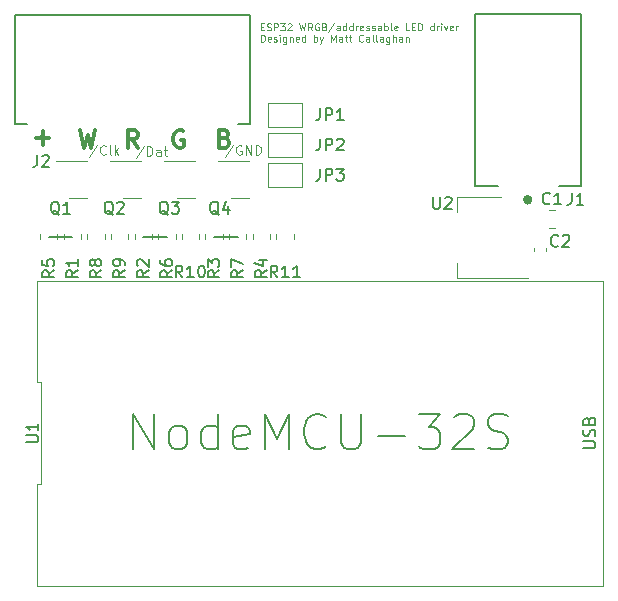
<source format=gbr>
%TF.GenerationSoftware,KiCad,Pcbnew,(6.0.0)*%
%TF.CreationDate,2022-01-02T06:53:01+08:00*%
%TF.ProjectId,NodeMCU-32S-RGBWA-LED-driver,4e6f6465-4d43-4552-9d33-32532d524742,1*%
%TF.SameCoordinates,PX68d6610PY3c42a2c*%
%TF.FileFunction,Legend,Top*%
%TF.FilePolarity,Positive*%
%FSLAX46Y46*%
G04 Gerber Fmt 4.6, Leading zero omitted, Abs format (unit mm)*
G04 Created by KiCad (PCBNEW (6.0.0)) date 2022-01-02 06:53:01*
%MOMM*%
%LPD*%
G01*
G04 APERTURE LIST*
%ADD10C,0.150000*%
%ADD11C,0.100000*%
%ADD12C,0.300000*%
%ADD13C,0.120000*%
%ADD14C,0.127000*%
%ADD15C,0.200000*%
%ADD16C,0.400000*%
G04 APERTURE END LIST*
D10*
X10820000Y-18762500D02*
X12820000Y-18762500D01*
X2820000Y-18762500D02*
X4820000Y-18762500D01*
X18820000Y-18762500D02*
X16820000Y-18762500D01*
D11*
X10872380Y-11086309D02*
X10186666Y-12114880D01*
X11139047Y-11924404D02*
X11139047Y-11124404D01*
X11329523Y-11124404D01*
X11443809Y-11162500D01*
X11520000Y-11238690D01*
X11558095Y-11314880D01*
X11596190Y-11467261D01*
X11596190Y-11581547D01*
X11558095Y-11733928D01*
X11520000Y-11810119D01*
X11443809Y-11886309D01*
X11329523Y-11924404D01*
X11139047Y-11924404D01*
X12281904Y-11924404D02*
X12281904Y-11505357D01*
X12243809Y-11429166D01*
X12167619Y-11391071D01*
X12015238Y-11391071D01*
X11939047Y-11429166D01*
X12281904Y-11886309D02*
X12205714Y-11924404D01*
X12015238Y-11924404D01*
X11939047Y-11886309D01*
X11900952Y-11810119D01*
X11900952Y-11733928D01*
X11939047Y-11657738D01*
X12015238Y-11619642D01*
X12205714Y-11619642D01*
X12281904Y-11581547D01*
X12548571Y-11391071D02*
X12853333Y-11391071D01*
X12662857Y-11124404D02*
X12662857Y-11810119D01*
X12700952Y-11886309D01*
X12777142Y-11924404D01*
X12853333Y-11924404D01*
X20777857Y-986642D02*
X20977857Y-986642D01*
X21063571Y-1300928D02*
X20777857Y-1300928D01*
X20777857Y-700928D01*
X21063571Y-700928D01*
X21292142Y-1272357D02*
X21377857Y-1300928D01*
X21520714Y-1300928D01*
X21577857Y-1272357D01*
X21606428Y-1243785D01*
X21635000Y-1186642D01*
X21635000Y-1129500D01*
X21606428Y-1072357D01*
X21577857Y-1043785D01*
X21520714Y-1015214D01*
X21406428Y-986642D01*
X21349285Y-958071D01*
X21320714Y-929500D01*
X21292142Y-872357D01*
X21292142Y-815214D01*
X21320714Y-758071D01*
X21349285Y-729500D01*
X21406428Y-700928D01*
X21549285Y-700928D01*
X21635000Y-729500D01*
X21892142Y-1300928D02*
X21892142Y-700928D01*
X22120714Y-700928D01*
X22177857Y-729500D01*
X22206428Y-758071D01*
X22235000Y-815214D01*
X22235000Y-900928D01*
X22206428Y-958071D01*
X22177857Y-986642D01*
X22120714Y-1015214D01*
X21892142Y-1015214D01*
X22435000Y-700928D02*
X22806428Y-700928D01*
X22606428Y-929500D01*
X22692142Y-929500D01*
X22749285Y-958071D01*
X22777857Y-986642D01*
X22806428Y-1043785D01*
X22806428Y-1186642D01*
X22777857Y-1243785D01*
X22749285Y-1272357D01*
X22692142Y-1300928D01*
X22520714Y-1300928D01*
X22463571Y-1272357D01*
X22435000Y-1243785D01*
X23035000Y-758071D02*
X23063571Y-729500D01*
X23120714Y-700928D01*
X23263571Y-700928D01*
X23320714Y-729500D01*
X23349285Y-758071D01*
X23377857Y-815214D01*
X23377857Y-872357D01*
X23349285Y-958071D01*
X23006428Y-1300928D01*
X23377857Y-1300928D01*
X24035000Y-700928D02*
X24177857Y-1300928D01*
X24292142Y-872357D01*
X24406428Y-1300928D01*
X24549285Y-700928D01*
X25120714Y-1300928D02*
X24920714Y-1015214D01*
X24777857Y-1300928D02*
X24777857Y-700928D01*
X25006428Y-700928D01*
X25063571Y-729500D01*
X25092142Y-758071D01*
X25120714Y-815214D01*
X25120714Y-900928D01*
X25092142Y-958071D01*
X25063571Y-986642D01*
X25006428Y-1015214D01*
X24777857Y-1015214D01*
X25692142Y-729500D02*
X25635000Y-700928D01*
X25549285Y-700928D01*
X25463571Y-729500D01*
X25406428Y-786642D01*
X25377857Y-843785D01*
X25349285Y-958071D01*
X25349285Y-1043785D01*
X25377857Y-1158071D01*
X25406428Y-1215214D01*
X25463571Y-1272357D01*
X25549285Y-1300928D01*
X25606428Y-1300928D01*
X25692142Y-1272357D01*
X25720714Y-1243785D01*
X25720714Y-1043785D01*
X25606428Y-1043785D01*
X26177857Y-986642D02*
X26263571Y-1015214D01*
X26292142Y-1043785D01*
X26320714Y-1100928D01*
X26320714Y-1186642D01*
X26292142Y-1243785D01*
X26263571Y-1272357D01*
X26206428Y-1300928D01*
X25977857Y-1300928D01*
X25977857Y-700928D01*
X26177857Y-700928D01*
X26235000Y-729500D01*
X26263571Y-758071D01*
X26292142Y-815214D01*
X26292142Y-872357D01*
X26263571Y-929500D01*
X26235000Y-958071D01*
X26177857Y-986642D01*
X25977857Y-986642D01*
X27006428Y-672357D02*
X26492142Y-1443785D01*
X27463571Y-1300928D02*
X27463571Y-986642D01*
X27435000Y-929500D01*
X27377857Y-900928D01*
X27263571Y-900928D01*
X27206428Y-929500D01*
X27463571Y-1272357D02*
X27406428Y-1300928D01*
X27263571Y-1300928D01*
X27206428Y-1272357D01*
X27177857Y-1215214D01*
X27177857Y-1158071D01*
X27206428Y-1100928D01*
X27263571Y-1072357D01*
X27406428Y-1072357D01*
X27463571Y-1043785D01*
X28006428Y-1300928D02*
X28006428Y-700928D01*
X28006428Y-1272357D02*
X27949285Y-1300928D01*
X27835000Y-1300928D01*
X27777857Y-1272357D01*
X27749285Y-1243785D01*
X27720714Y-1186642D01*
X27720714Y-1015214D01*
X27749285Y-958071D01*
X27777857Y-929500D01*
X27835000Y-900928D01*
X27949285Y-900928D01*
X28006428Y-929500D01*
X28549285Y-1300928D02*
X28549285Y-700928D01*
X28549285Y-1272357D02*
X28492142Y-1300928D01*
X28377857Y-1300928D01*
X28320714Y-1272357D01*
X28292142Y-1243785D01*
X28263571Y-1186642D01*
X28263571Y-1015214D01*
X28292142Y-958071D01*
X28320714Y-929500D01*
X28377857Y-900928D01*
X28492142Y-900928D01*
X28549285Y-929500D01*
X28835000Y-1300928D02*
X28835000Y-900928D01*
X28835000Y-1015214D02*
X28863571Y-958071D01*
X28892142Y-929500D01*
X28949285Y-900928D01*
X29006428Y-900928D01*
X29435000Y-1272357D02*
X29377857Y-1300928D01*
X29263571Y-1300928D01*
X29206428Y-1272357D01*
X29177857Y-1215214D01*
X29177857Y-986642D01*
X29206428Y-929500D01*
X29263571Y-900928D01*
X29377857Y-900928D01*
X29435000Y-929500D01*
X29463571Y-986642D01*
X29463571Y-1043785D01*
X29177857Y-1100928D01*
X29692142Y-1272357D02*
X29749285Y-1300928D01*
X29863571Y-1300928D01*
X29920714Y-1272357D01*
X29949285Y-1215214D01*
X29949285Y-1186642D01*
X29920714Y-1129500D01*
X29863571Y-1100928D01*
X29777857Y-1100928D01*
X29720714Y-1072357D01*
X29692142Y-1015214D01*
X29692142Y-986642D01*
X29720714Y-929500D01*
X29777857Y-900928D01*
X29863571Y-900928D01*
X29920714Y-929500D01*
X30177857Y-1272357D02*
X30235000Y-1300928D01*
X30349285Y-1300928D01*
X30406428Y-1272357D01*
X30435000Y-1215214D01*
X30435000Y-1186642D01*
X30406428Y-1129500D01*
X30349285Y-1100928D01*
X30263571Y-1100928D01*
X30206428Y-1072357D01*
X30177857Y-1015214D01*
X30177857Y-986642D01*
X30206428Y-929500D01*
X30263571Y-900928D01*
X30349285Y-900928D01*
X30406428Y-929500D01*
X30949285Y-1300928D02*
X30949285Y-986642D01*
X30920714Y-929500D01*
X30863571Y-900928D01*
X30749285Y-900928D01*
X30692142Y-929500D01*
X30949285Y-1272357D02*
X30892142Y-1300928D01*
X30749285Y-1300928D01*
X30692142Y-1272357D01*
X30663571Y-1215214D01*
X30663571Y-1158071D01*
X30692142Y-1100928D01*
X30749285Y-1072357D01*
X30892142Y-1072357D01*
X30949285Y-1043785D01*
X31235000Y-1300928D02*
X31235000Y-700928D01*
X31235000Y-929500D02*
X31292142Y-900928D01*
X31406428Y-900928D01*
X31463571Y-929500D01*
X31492142Y-958071D01*
X31520714Y-1015214D01*
X31520714Y-1186642D01*
X31492142Y-1243785D01*
X31463571Y-1272357D01*
X31406428Y-1300928D01*
X31292142Y-1300928D01*
X31235000Y-1272357D01*
X31863571Y-1300928D02*
X31806428Y-1272357D01*
X31777857Y-1215214D01*
X31777857Y-700928D01*
X32320714Y-1272357D02*
X32263571Y-1300928D01*
X32149285Y-1300928D01*
X32092142Y-1272357D01*
X32063571Y-1215214D01*
X32063571Y-986642D01*
X32092142Y-929500D01*
X32149285Y-900928D01*
X32263571Y-900928D01*
X32320714Y-929500D01*
X32349285Y-986642D01*
X32349285Y-1043785D01*
X32063571Y-1100928D01*
X33349285Y-1300928D02*
X33063571Y-1300928D01*
X33063571Y-700928D01*
X33549285Y-986642D02*
X33749285Y-986642D01*
X33835000Y-1300928D02*
X33549285Y-1300928D01*
X33549285Y-700928D01*
X33835000Y-700928D01*
X34092142Y-1300928D02*
X34092142Y-700928D01*
X34235000Y-700928D01*
X34320714Y-729500D01*
X34377857Y-786642D01*
X34406428Y-843785D01*
X34435000Y-958071D01*
X34435000Y-1043785D01*
X34406428Y-1158071D01*
X34377857Y-1215214D01*
X34320714Y-1272357D01*
X34235000Y-1300928D01*
X34092142Y-1300928D01*
X35406428Y-1300928D02*
X35406428Y-700928D01*
X35406428Y-1272357D02*
X35349285Y-1300928D01*
X35235000Y-1300928D01*
X35177857Y-1272357D01*
X35149285Y-1243785D01*
X35120714Y-1186642D01*
X35120714Y-1015214D01*
X35149285Y-958071D01*
X35177857Y-929500D01*
X35235000Y-900928D01*
X35349285Y-900928D01*
X35406428Y-929500D01*
X35692142Y-1300928D02*
X35692142Y-900928D01*
X35692142Y-1015214D02*
X35720714Y-958071D01*
X35749285Y-929500D01*
X35806428Y-900928D01*
X35863571Y-900928D01*
X36063571Y-1300928D02*
X36063571Y-900928D01*
X36063571Y-700928D02*
X36035000Y-729500D01*
X36063571Y-758071D01*
X36092142Y-729500D01*
X36063571Y-700928D01*
X36063571Y-758071D01*
X36292142Y-900928D02*
X36435000Y-1300928D01*
X36577857Y-900928D01*
X37035000Y-1272357D02*
X36977857Y-1300928D01*
X36863571Y-1300928D01*
X36806428Y-1272357D01*
X36777857Y-1215214D01*
X36777857Y-986642D01*
X36806428Y-929500D01*
X36863571Y-900928D01*
X36977857Y-900928D01*
X37035000Y-929500D01*
X37063571Y-986642D01*
X37063571Y-1043785D01*
X36777857Y-1100928D01*
X37320714Y-1300928D02*
X37320714Y-900928D01*
X37320714Y-1015214D02*
X37349285Y-958071D01*
X37377857Y-929500D01*
X37435000Y-900928D01*
X37492142Y-900928D01*
X20777857Y-2266928D02*
X20777857Y-1666928D01*
X20920714Y-1666928D01*
X21006428Y-1695500D01*
X21063571Y-1752642D01*
X21092142Y-1809785D01*
X21120714Y-1924071D01*
X21120714Y-2009785D01*
X21092142Y-2124071D01*
X21063571Y-2181214D01*
X21006428Y-2238357D01*
X20920714Y-2266928D01*
X20777857Y-2266928D01*
X21606428Y-2238357D02*
X21549285Y-2266928D01*
X21435000Y-2266928D01*
X21377857Y-2238357D01*
X21349285Y-2181214D01*
X21349285Y-1952642D01*
X21377857Y-1895500D01*
X21435000Y-1866928D01*
X21549285Y-1866928D01*
X21606428Y-1895500D01*
X21635000Y-1952642D01*
X21635000Y-2009785D01*
X21349285Y-2066928D01*
X21863571Y-2238357D02*
X21920714Y-2266928D01*
X22035000Y-2266928D01*
X22092142Y-2238357D01*
X22120714Y-2181214D01*
X22120714Y-2152642D01*
X22092142Y-2095500D01*
X22035000Y-2066928D01*
X21949285Y-2066928D01*
X21892142Y-2038357D01*
X21863571Y-1981214D01*
X21863571Y-1952642D01*
X21892142Y-1895500D01*
X21949285Y-1866928D01*
X22035000Y-1866928D01*
X22092142Y-1895500D01*
X22377857Y-2266928D02*
X22377857Y-1866928D01*
X22377857Y-1666928D02*
X22349285Y-1695500D01*
X22377857Y-1724071D01*
X22406428Y-1695500D01*
X22377857Y-1666928D01*
X22377857Y-1724071D01*
X22920714Y-1866928D02*
X22920714Y-2352642D01*
X22892142Y-2409785D01*
X22863571Y-2438357D01*
X22806428Y-2466928D01*
X22720714Y-2466928D01*
X22663571Y-2438357D01*
X22920714Y-2238357D02*
X22863571Y-2266928D01*
X22749285Y-2266928D01*
X22692142Y-2238357D01*
X22663571Y-2209785D01*
X22635000Y-2152642D01*
X22635000Y-1981214D01*
X22663571Y-1924071D01*
X22692142Y-1895500D01*
X22749285Y-1866928D01*
X22863571Y-1866928D01*
X22920714Y-1895500D01*
X23206428Y-1866928D02*
X23206428Y-2266928D01*
X23206428Y-1924071D02*
X23235000Y-1895500D01*
X23292142Y-1866928D01*
X23377857Y-1866928D01*
X23435000Y-1895500D01*
X23463571Y-1952642D01*
X23463571Y-2266928D01*
X23977857Y-2238357D02*
X23920714Y-2266928D01*
X23806428Y-2266928D01*
X23749285Y-2238357D01*
X23720714Y-2181214D01*
X23720714Y-1952642D01*
X23749285Y-1895500D01*
X23806428Y-1866928D01*
X23920714Y-1866928D01*
X23977857Y-1895500D01*
X24006428Y-1952642D01*
X24006428Y-2009785D01*
X23720714Y-2066928D01*
X24520714Y-2266928D02*
X24520714Y-1666928D01*
X24520714Y-2238357D02*
X24463571Y-2266928D01*
X24349285Y-2266928D01*
X24292142Y-2238357D01*
X24263571Y-2209785D01*
X24235000Y-2152642D01*
X24235000Y-1981214D01*
X24263571Y-1924071D01*
X24292142Y-1895500D01*
X24349285Y-1866928D01*
X24463571Y-1866928D01*
X24520714Y-1895500D01*
X25263571Y-2266928D02*
X25263571Y-1666928D01*
X25263571Y-1895500D02*
X25320714Y-1866928D01*
X25435000Y-1866928D01*
X25492142Y-1895500D01*
X25520714Y-1924071D01*
X25549285Y-1981214D01*
X25549285Y-2152642D01*
X25520714Y-2209785D01*
X25492142Y-2238357D01*
X25435000Y-2266928D01*
X25320714Y-2266928D01*
X25263571Y-2238357D01*
X25749285Y-1866928D02*
X25892142Y-2266928D01*
X26035000Y-1866928D02*
X25892142Y-2266928D01*
X25835000Y-2409785D01*
X25806428Y-2438357D01*
X25749285Y-2466928D01*
X26720714Y-2266928D02*
X26720714Y-1666928D01*
X26920714Y-2095500D01*
X27120714Y-1666928D01*
X27120714Y-2266928D01*
X27663571Y-2266928D02*
X27663571Y-1952642D01*
X27635000Y-1895500D01*
X27577857Y-1866928D01*
X27463571Y-1866928D01*
X27406428Y-1895500D01*
X27663571Y-2238357D02*
X27606428Y-2266928D01*
X27463571Y-2266928D01*
X27406428Y-2238357D01*
X27377857Y-2181214D01*
X27377857Y-2124071D01*
X27406428Y-2066928D01*
X27463571Y-2038357D01*
X27606428Y-2038357D01*
X27663571Y-2009785D01*
X27863571Y-1866928D02*
X28092142Y-1866928D01*
X27949285Y-1666928D02*
X27949285Y-2181214D01*
X27977857Y-2238357D01*
X28035000Y-2266928D01*
X28092142Y-2266928D01*
X28206428Y-1866928D02*
X28435000Y-1866928D01*
X28292142Y-1666928D02*
X28292142Y-2181214D01*
X28320714Y-2238357D01*
X28377857Y-2266928D01*
X28435000Y-2266928D01*
X29435000Y-2209785D02*
X29406428Y-2238357D01*
X29320714Y-2266928D01*
X29263571Y-2266928D01*
X29177857Y-2238357D01*
X29120714Y-2181214D01*
X29092142Y-2124071D01*
X29063571Y-2009785D01*
X29063571Y-1924071D01*
X29092142Y-1809785D01*
X29120714Y-1752642D01*
X29177857Y-1695500D01*
X29263571Y-1666928D01*
X29320714Y-1666928D01*
X29406428Y-1695500D01*
X29435000Y-1724071D01*
X29949285Y-2266928D02*
X29949285Y-1952642D01*
X29920714Y-1895500D01*
X29863571Y-1866928D01*
X29749285Y-1866928D01*
X29692142Y-1895500D01*
X29949285Y-2238357D02*
X29892142Y-2266928D01*
X29749285Y-2266928D01*
X29692142Y-2238357D01*
X29663571Y-2181214D01*
X29663571Y-2124071D01*
X29692142Y-2066928D01*
X29749285Y-2038357D01*
X29892142Y-2038357D01*
X29949285Y-2009785D01*
X30320714Y-2266928D02*
X30263571Y-2238357D01*
X30235000Y-2181214D01*
X30235000Y-1666928D01*
X30635000Y-2266928D02*
X30577857Y-2238357D01*
X30549285Y-2181214D01*
X30549285Y-1666928D01*
X31120714Y-2266928D02*
X31120714Y-1952642D01*
X31092142Y-1895500D01*
X31035000Y-1866928D01*
X30920714Y-1866928D01*
X30863571Y-1895500D01*
X31120714Y-2238357D02*
X31063571Y-2266928D01*
X30920714Y-2266928D01*
X30863571Y-2238357D01*
X30835000Y-2181214D01*
X30835000Y-2124071D01*
X30863571Y-2066928D01*
X30920714Y-2038357D01*
X31063571Y-2038357D01*
X31120714Y-2009785D01*
X31663571Y-1866928D02*
X31663571Y-2352642D01*
X31635000Y-2409785D01*
X31606428Y-2438357D01*
X31549285Y-2466928D01*
X31463571Y-2466928D01*
X31406428Y-2438357D01*
X31663571Y-2238357D02*
X31606428Y-2266928D01*
X31492142Y-2266928D01*
X31435000Y-2238357D01*
X31406428Y-2209785D01*
X31377857Y-2152642D01*
X31377857Y-1981214D01*
X31406428Y-1924071D01*
X31435000Y-1895500D01*
X31492142Y-1866928D01*
X31606428Y-1866928D01*
X31663571Y-1895500D01*
X31949285Y-2266928D02*
X31949285Y-1666928D01*
X32206428Y-2266928D02*
X32206428Y-1952642D01*
X32177857Y-1895500D01*
X32120714Y-1866928D01*
X32035000Y-1866928D01*
X31977857Y-1895500D01*
X31949285Y-1924071D01*
X32749285Y-2266928D02*
X32749285Y-1952642D01*
X32720714Y-1895500D01*
X32663571Y-1866928D01*
X32549285Y-1866928D01*
X32492142Y-1895500D01*
X32749285Y-2238357D02*
X32692142Y-2266928D01*
X32549285Y-2266928D01*
X32492142Y-2238357D01*
X32463571Y-2181214D01*
X32463571Y-2124071D01*
X32492142Y-2066928D01*
X32549285Y-2038357D01*
X32692142Y-2038357D01*
X32749285Y-2009785D01*
X33035000Y-1866928D02*
X33035000Y-2266928D01*
X33035000Y-1924071D02*
X33063571Y-1895500D01*
X33120714Y-1866928D01*
X33206428Y-1866928D01*
X33263571Y-1895500D01*
X33292142Y-1952642D01*
X33292142Y-2266928D01*
D12*
X17727142Y-10455357D02*
X17941428Y-10526785D01*
X18012857Y-10598214D01*
X18084285Y-10741071D01*
X18084285Y-10955357D01*
X18012857Y-11098214D01*
X17941428Y-11169642D01*
X17798571Y-11241071D01*
X17227142Y-11241071D01*
X17227142Y-9741071D01*
X17727142Y-9741071D01*
X17870000Y-9812500D01*
X17941428Y-9883928D01*
X18012857Y-10026785D01*
X18012857Y-10169642D01*
X17941428Y-10312500D01*
X17870000Y-10383928D01*
X17727142Y-10455357D01*
X17227142Y-10455357D01*
X14212857Y-9812500D02*
X14070000Y-9741071D01*
X13855714Y-9741071D01*
X13641428Y-9812500D01*
X13498571Y-9955357D01*
X13427142Y-10098214D01*
X13355714Y-10383928D01*
X13355714Y-10598214D01*
X13427142Y-10883928D01*
X13498571Y-11026785D01*
X13641428Y-11169642D01*
X13855714Y-11241071D01*
X13998571Y-11241071D01*
X14212857Y-11169642D01*
X14284285Y-11098214D01*
X14284285Y-10598214D01*
X13998571Y-10598214D01*
D11*
X6929523Y-10986309D02*
X6243809Y-12014880D01*
X7653333Y-11748214D02*
X7615238Y-11786309D01*
X7500952Y-11824404D01*
X7424761Y-11824404D01*
X7310476Y-11786309D01*
X7234285Y-11710119D01*
X7196190Y-11633928D01*
X7158095Y-11481547D01*
X7158095Y-11367261D01*
X7196190Y-11214880D01*
X7234285Y-11138690D01*
X7310476Y-11062500D01*
X7424761Y-11024404D01*
X7500952Y-11024404D01*
X7615238Y-11062500D01*
X7653333Y-11100595D01*
X8110476Y-11824404D02*
X8034285Y-11786309D01*
X7996190Y-11710119D01*
X7996190Y-11024404D01*
X8415238Y-11824404D02*
X8415238Y-11024404D01*
X8491428Y-11519642D02*
X8720000Y-11824404D01*
X8720000Y-11291071D02*
X8415238Y-11595833D01*
X18443809Y-10986309D02*
X17758095Y-12014880D01*
X19129523Y-11062500D02*
X19053333Y-11024404D01*
X18939047Y-11024404D01*
X18824761Y-11062500D01*
X18748571Y-11138690D01*
X18710476Y-11214880D01*
X18672380Y-11367261D01*
X18672380Y-11481547D01*
X18710476Y-11633928D01*
X18748571Y-11710119D01*
X18824761Y-11786309D01*
X18939047Y-11824404D01*
X19015238Y-11824404D01*
X19129523Y-11786309D01*
X19167619Y-11748214D01*
X19167619Y-11481547D01*
X19015238Y-11481547D01*
X19510476Y-11824404D02*
X19510476Y-11024404D01*
X19967619Y-11824404D01*
X19967619Y-11024404D01*
X20348571Y-11824404D02*
X20348571Y-11024404D01*
X20539047Y-11024404D01*
X20653333Y-11062500D01*
X20729523Y-11138690D01*
X20767619Y-11214880D01*
X20805714Y-11367261D01*
X20805714Y-11481547D01*
X20767619Y-11633928D01*
X20729523Y-11710119D01*
X20653333Y-11786309D01*
X20539047Y-11824404D01*
X20348571Y-11824404D01*
D12*
X1728571Y-10407142D02*
X2871428Y-10407142D01*
X2300000Y-10978571D02*
X2300000Y-9835714D01*
X5477142Y-9741071D02*
X5834285Y-11241071D01*
X6120000Y-10169642D01*
X6405714Y-11241071D01*
X6762857Y-9741071D01*
X10384285Y-11241071D02*
X9884285Y-10526785D01*
X9527142Y-11241071D02*
X9527142Y-9741071D01*
X10098571Y-9741071D01*
X10241428Y-9812500D01*
X10312857Y-9883928D01*
X10384285Y-10026785D01*
X10384285Y-10241071D01*
X10312857Y-10383928D01*
X10241428Y-10455357D01*
X10098571Y-10526785D01*
X9527142Y-10526785D01*
D10*
%TO.C,U1*%
X922380Y-36174404D02*
X1731904Y-36174404D01*
X1827142Y-36126785D01*
X1874761Y-36079166D01*
X1922380Y-35983928D01*
X1922380Y-35793452D01*
X1874761Y-35698214D01*
X1827142Y-35650595D01*
X1731904Y-35602976D01*
X922380Y-35602976D01*
X1922380Y-34602976D02*
X1922380Y-35174404D01*
X1922380Y-34888690D02*
X922380Y-34888690D01*
X1065238Y-34983928D01*
X1160476Y-35079166D01*
X1208095Y-35174404D01*
X9984285Y-36769642D02*
X9984285Y-33769642D01*
X11698571Y-36769642D01*
X11698571Y-33769642D01*
X13555714Y-36769642D02*
X13270000Y-36626785D01*
X13127142Y-36483928D01*
X12984285Y-36198214D01*
X12984285Y-35341071D01*
X13127142Y-35055357D01*
X13270000Y-34912500D01*
X13555714Y-34769642D01*
X13984285Y-34769642D01*
X14270000Y-34912500D01*
X14412857Y-35055357D01*
X14555714Y-35341071D01*
X14555714Y-36198214D01*
X14412857Y-36483928D01*
X14270000Y-36626785D01*
X13984285Y-36769642D01*
X13555714Y-36769642D01*
X17127142Y-36769642D02*
X17127142Y-33769642D01*
X17127142Y-36626785D02*
X16841428Y-36769642D01*
X16270000Y-36769642D01*
X15984285Y-36626785D01*
X15841428Y-36483928D01*
X15698571Y-36198214D01*
X15698571Y-35341071D01*
X15841428Y-35055357D01*
X15984285Y-34912500D01*
X16270000Y-34769642D01*
X16841428Y-34769642D01*
X17127142Y-34912500D01*
X19698571Y-36626785D02*
X19412857Y-36769642D01*
X18841428Y-36769642D01*
X18555714Y-36626785D01*
X18412857Y-36341071D01*
X18412857Y-35198214D01*
X18555714Y-34912500D01*
X18841428Y-34769642D01*
X19412857Y-34769642D01*
X19698571Y-34912500D01*
X19841428Y-35198214D01*
X19841428Y-35483928D01*
X18412857Y-35769642D01*
X21127142Y-36769642D02*
X21127142Y-33769642D01*
X22127142Y-35912500D01*
X23127142Y-33769642D01*
X23127142Y-36769642D01*
X26270000Y-36483928D02*
X26127142Y-36626785D01*
X25698571Y-36769642D01*
X25412857Y-36769642D01*
X24984285Y-36626785D01*
X24698571Y-36341071D01*
X24555714Y-36055357D01*
X24412857Y-35483928D01*
X24412857Y-35055357D01*
X24555714Y-34483928D01*
X24698571Y-34198214D01*
X24984285Y-33912500D01*
X25412857Y-33769642D01*
X25698571Y-33769642D01*
X26127142Y-33912500D01*
X26270000Y-34055357D01*
X27555714Y-33769642D02*
X27555714Y-36198214D01*
X27698571Y-36483928D01*
X27841428Y-36626785D01*
X28127142Y-36769642D01*
X28698571Y-36769642D01*
X28984285Y-36626785D01*
X29127142Y-36483928D01*
X29270000Y-36198214D01*
X29270000Y-33769642D01*
X30698571Y-35626785D02*
X32984285Y-35626785D01*
X34127142Y-33769642D02*
X35984285Y-33769642D01*
X34984285Y-34912500D01*
X35412857Y-34912500D01*
X35698571Y-35055357D01*
X35841428Y-35198214D01*
X35984285Y-35483928D01*
X35984285Y-36198214D01*
X35841428Y-36483928D01*
X35698571Y-36626785D01*
X35412857Y-36769642D01*
X34555714Y-36769642D01*
X34270000Y-36626785D01*
X34127142Y-36483928D01*
X37127142Y-34055357D02*
X37270000Y-33912500D01*
X37555714Y-33769642D01*
X38270000Y-33769642D01*
X38555714Y-33912500D01*
X38698571Y-34055357D01*
X38841428Y-34341071D01*
X38841428Y-34626785D01*
X38698571Y-35055357D01*
X36984285Y-36769642D01*
X38841428Y-36769642D01*
X39984285Y-36626785D02*
X40412857Y-36769642D01*
X41127142Y-36769642D01*
X41412857Y-36626785D01*
X41555714Y-36483928D01*
X41698571Y-36198214D01*
X41698571Y-35912500D01*
X41555714Y-35626785D01*
X41412857Y-35483928D01*
X41127142Y-35341071D01*
X40555714Y-35198214D01*
X40270000Y-35055357D01*
X40127142Y-34912500D01*
X39984285Y-34626785D01*
X39984285Y-34341071D01*
X40127142Y-34055357D01*
X40270000Y-33912500D01*
X40555714Y-33769642D01*
X41270000Y-33769642D01*
X41698571Y-33912500D01*
X48082380Y-36674404D02*
X48891904Y-36674404D01*
X48987142Y-36626785D01*
X49034761Y-36579166D01*
X49082380Y-36483928D01*
X49082380Y-36293452D01*
X49034761Y-36198214D01*
X48987142Y-36150595D01*
X48891904Y-36102976D01*
X48082380Y-36102976D01*
X49034761Y-35674404D02*
X49082380Y-35531547D01*
X49082380Y-35293452D01*
X49034761Y-35198214D01*
X48987142Y-35150595D01*
X48891904Y-35102976D01*
X48796666Y-35102976D01*
X48701428Y-35150595D01*
X48653809Y-35198214D01*
X48606190Y-35293452D01*
X48558571Y-35483928D01*
X48510952Y-35579166D01*
X48463333Y-35626785D01*
X48368095Y-35674404D01*
X48272857Y-35674404D01*
X48177619Y-35626785D01*
X48130000Y-35579166D01*
X48082380Y-35483928D01*
X48082380Y-35245833D01*
X48130000Y-35102976D01*
X48558571Y-34341071D02*
X48606190Y-34198214D01*
X48653809Y-34150595D01*
X48749047Y-34102976D01*
X48891904Y-34102976D01*
X48987142Y-34150595D01*
X49034761Y-34198214D01*
X49082380Y-34293452D01*
X49082380Y-34674404D01*
X48082380Y-34674404D01*
X48082380Y-34341071D01*
X48130000Y-34245833D01*
X48177619Y-34198214D01*
X48272857Y-34150595D01*
X48368095Y-34150595D01*
X48463333Y-34198214D01*
X48510952Y-34245833D01*
X48558571Y-34341071D01*
X48558571Y-34674404D01*
%TO.C,R6*%
X13272380Y-21629166D02*
X12796190Y-21962500D01*
X13272380Y-22200595D02*
X12272380Y-22200595D01*
X12272380Y-21819642D01*
X12320000Y-21724404D01*
X12367619Y-21676785D01*
X12462857Y-21629166D01*
X12605714Y-21629166D01*
X12700952Y-21676785D01*
X12748571Y-21724404D01*
X12796190Y-21819642D01*
X12796190Y-22200595D01*
X12272380Y-20772023D02*
X12272380Y-20962500D01*
X12320000Y-21057738D01*
X12367619Y-21105357D01*
X12510476Y-21200595D01*
X12700952Y-21248214D01*
X13081904Y-21248214D01*
X13177142Y-21200595D01*
X13224761Y-21152976D01*
X13272380Y-21057738D01*
X13272380Y-20867261D01*
X13224761Y-20772023D01*
X13177142Y-20724404D01*
X13081904Y-20676785D01*
X12843809Y-20676785D01*
X12748571Y-20724404D01*
X12700952Y-20772023D01*
X12653333Y-20867261D01*
X12653333Y-21057738D01*
X12700952Y-21152976D01*
X12748571Y-21200595D01*
X12843809Y-21248214D01*
%TO.C,R11*%
X22177142Y-22214880D02*
X21843809Y-21738690D01*
X21605714Y-22214880D02*
X21605714Y-21214880D01*
X21986666Y-21214880D01*
X22081904Y-21262500D01*
X22129523Y-21310119D01*
X22177142Y-21405357D01*
X22177142Y-21548214D01*
X22129523Y-21643452D01*
X22081904Y-21691071D01*
X21986666Y-21738690D01*
X21605714Y-21738690D01*
X23129523Y-22214880D02*
X22558095Y-22214880D01*
X22843809Y-22214880D02*
X22843809Y-21214880D01*
X22748571Y-21357738D01*
X22653333Y-21452976D01*
X22558095Y-21500595D01*
X24081904Y-22214880D02*
X23510476Y-22214880D01*
X23796190Y-22214880D02*
X23796190Y-21214880D01*
X23700952Y-21357738D01*
X23605714Y-21452976D01*
X23510476Y-21500595D01*
%TO.C,JP3*%
X25786666Y-13014880D02*
X25786666Y-13729166D01*
X25739047Y-13872023D01*
X25643809Y-13967261D01*
X25500952Y-14014880D01*
X25405714Y-14014880D01*
X26262857Y-14014880D02*
X26262857Y-13014880D01*
X26643809Y-13014880D01*
X26739047Y-13062500D01*
X26786666Y-13110119D01*
X26834285Y-13205357D01*
X26834285Y-13348214D01*
X26786666Y-13443452D01*
X26739047Y-13491071D01*
X26643809Y-13538690D01*
X26262857Y-13538690D01*
X27167619Y-13014880D02*
X27786666Y-13014880D01*
X27453333Y-13395833D01*
X27596190Y-13395833D01*
X27691428Y-13443452D01*
X27739047Y-13491071D01*
X27786666Y-13586309D01*
X27786666Y-13824404D01*
X27739047Y-13919642D01*
X27691428Y-13967261D01*
X27596190Y-14014880D01*
X27310476Y-14014880D01*
X27215238Y-13967261D01*
X27167619Y-13919642D01*
%TO.C,R2*%
X11272380Y-21629166D02*
X10796190Y-21962500D01*
X11272380Y-22200595D02*
X10272380Y-22200595D01*
X10272380Y-21819642D01*
X10320000Y-21724404D01*
X10367619Y-21676785D01*
X10462857Y-21629166D01*
X10605714Y-21629166D01*
X10700952Y-21676785D01*
X10748571Y-21724404D01*
X10796190Y-21819642D01*
X10796190Y-22200595D01*
X10367619Y-21248214D02*
X10320000Y-21200595D01*
X10272380Y-21105357D01*
X10272380Y-20867261D01*
X10320000Y-20772023D01*
X10367619Y-20724404D01*
X10462857Y-20676785D01*
X10558095Y-20676785D01*
X10700952Y-20724404D01*
X11272380Y-21295833D01*
X11272380Y-20676785D01*
%TO.C,R7*%
X19272380Y-21629166D02*
X18796190Y-21962500D01*
X19272380Y-22200595D02*
X18272380Y-22200595D01*
X18272380Y-21819642D01*
X18320000Y-21724404D01*
X18367619Y-21676785D01*
X18462857Y-21629166D01*
X18605714Y-21629166D01*
X18700952Y-21676785D01*
X18748571Y-21724404D01*
X18796190Y-21819642D01*
X18796190Y-22200595D01*
X18272380Y-21295833D02*
X18272380Y-20629166D01*
X19272380Y-21057738D01*
%TO.C,JP2*%
X25786666Y-10464880D02*
X25786666Y-11179166D01*
X25739047Y-11322023D01*
X25643809Y-11417261D01*
X25500952Y-11464880D01*
X25405714Y-11464880D01*
X26262857Y-11464880D02*
X26262857Y-10464880D01*
X26643809Y-10464880D01*
X26739047Y-10512500D01*
X26786666Y-10560119D01*
X26834285Y-10655357D01*
X26834285Y-10798214D01*
X26786666Y-10893452D01*
X26739047Y-10941071D01*
X26643809Y-10988690D01*
X26262857Y-10988690D01*
X27215238Y-10560119D02*
X27262857Y-10512500D01*
X27358095Y-10464880D01*
X27596190Y-10464880D01*
X27691428Y-10512500D01*
X27739047Y-10560119D01*
X27786666Y-10655357D01*
X27786666Y-10750595D01*
X27739047Y-10893452D01*
X27167619Y-11464880D01*
X27786666Y-11464880D01*
%TO.C,U2*%
X35358095Y-15414880D02*
X35358095Y-16224404D01*
X35405714Y-16319642D01*
X35453333Y-16367261D01*
X35548571Y-16414880D01*
X35739047Y-16414880D01*
X35834285Y-16367261D01*
X35881904Y-16319642D01*
X35929523Y-16224404D01*
X35929523Y-15414880D01*
X36358095Y-15510119D02*
X36405714Y-15462500D01*
X36500952Y-15414880D01*
X36739047Y-15414880D01*
X36834285Y-15462500D01*
X36881904Y-15510119D01*
X36929523Y-15605357D01*
X36929523Y-15700595D01*
X36881904Y-15843452D01*
X36310476Y-16414880D01*
X36929523Y-16414880D01*
%TO.C,R5*%
X3272380Y-21629166D02*
X2796190Y-21962500D01*
X3272380Y-22200595D02*
X2272380Y-22200595D01*
X2272380Y-21819642D01*
X2320000Y-21724404D01*
X2367619Y-21676785D01*
X2462857Y-21629166D01*
X2605714Y-21629166D01*
X2700952Y-21676785D01*
X2748571Y-21724404D01*
X2796190Y-21819642D01*
X2796190Y-22200595D01*
X2272380Y-20724404D02*
X2272380Y-21200595D01*
X2748571Y-21248214D01*
X2700952Y-21200595D01*
X2653333Y-21105357D01*
X2653333Y-20867261D01*
X2700952Y-20772023D01*
X2748571Y-20724404D01*
X2843809Y-20676785D01*
X3081904Y-20676785D01*
X3177142Y-20724404D01*
X3224761Y-20772023D01*
X3272380Y-20867261D01*
X3272380Y-21105357D01*
X3224761Y-21200595D01*
X3177142Y-21248214D01*
%TO.C,R4*%
X21272380Y-21629166D02*
X20796190Y-21962500D01*
X21272380Y-22200595D02*
X20272380Y-22200595D01*
X20272380Y-21819642D01*
X20320000Y-21724404D01*
X20367619Y-21676785D01*
X20462857Y-21629166D01*
X20605714Y-21629166D01*
X20700952Y-21676785D01*
X20748571Y-21724404D01*
X20796190Y-21819642D01*
X20796190Y-22200595D01*
X20605714Y-20772023D02*
X21272380Y-20772023D01*
X20224761Y-21010119D02*
X20939047Y-21248214D01*
X20939047Y-20629166D01*
%TO.C,R3*%
X17272380Y-21629166D02*
X16796190Y-21962500D01*
X17272380Y-22200595D02*
X16272380Y-22200595D01*
X16272380Y-21819642D01*
X16320000Y-21724404D01*
X16367619Y-21676785D01*
X16462857Y-21629166D01*
X16605714Y-21629166D01*
X16700952Y-21676785D01*
X16748571Y-21724404D01*
X16796190Y-21819642D01*
X16796190Y-22200595D01*
X16272380Y-21295833D02*
X16272380Y-20676785D01*
X16653333Y-21010119D01*
X16653333Y-20867261D01*
X16700952Y-20772023D01*
X16748571Y-20724404D01*
X16843809Y-20676785D01*
X17081904Y-20676785D01*
X17177142Y-20724404D01*
X17224761Y-20772023D01*
X17272380Y-20867261D01*
X17272380Y-21152976D01*
X17224761Y-21248214D01*
X17177142Y-21295833D01*
%TO.C,Q1*%
X3724761Y-16910119D02*
X3629523Y-16862500D01*
X3534285Y-16767261D01*
X3391428Y-16624404D01*
X3296190Y-16576785D01*
X3200952Y-16576785D01*
X3248571Y-16814880D02*
X3153333Y-16767261D01*
X3058095Y-16672023D01*
X3010476Y-16481547D01*
X3010476Y-16148214D01*
X3058095Y-15957738D01*
X3153333Y-15862500D01*
X3248571Y-15814880D01*
X3439047Y-15814880D01*
X3534285Y-15862500D01*
X3629523Y-15957738D01*
X3677142Y-16148214D01*
X3677142Y-16481547D01*
X3629523Y-16672023D01*
X3534285Y-16767261D01*
X3439047Y-16814880D01*
X3248571Y-16814880D01*
X4629523Y-16814880D02*
X4058095Y-16814880D01*
X4343809Y-16814880D02*
X4343809Y-15814880D01*
X4248571Y-15957738D01*
X4153333Y-16052976D01*
X4058095Y-16100595D01*
%TO.C,R8*%
X7272380Y-21629166D02*
X6796190Y-21962500D01*
X7272380Y-22200595D02*
X6272380Y-22200595D01*
X6272380Y-21819642D01*
X6320000Y-21724404D01*
X6367619Y-21676785D01*
X6462857Y-21629166D01*
X6605714Y-21629166D01*
X6700952Y-21676785D01*
X6748571Y-21724404D01*
X6796190Y-21819642D01*
X6796190Y-22200595D01*
X6700952Y-21057738D02*
X6653333Y-21152976D01*
X6605714Y-21200595D01*
X6510476Y-21248214D01*
X6462857Y-21248214D01*
X6367619Y-21200595D01*
X6320000Y-21152976D01*
X6272380Y-21057738D01*
X6272380Y-20867261D01*
X6320000Y-20772023D01*
X6367619Y-20724404D01*
X6462857Y-20676785D01*
X6510476Y-20676785D01*
X6605714Y-20724404D01*
X6653333Y-20772023D01*
X6700952Y-20867261D01*
X6700952Y-21057738D01*
X6748571Y-21152976D01*
X6796190Y-21200595D01*
X6891428Y-21248214D01*
X7081904Y-21248214D01*
X7177142Y-21200595D01*
X7224761Y-21152976D01*
X7272380Y-21057738D01*
X7272380Y-20867261D01*
X7224761Y-20772023D01*
X7177142Y-20724404D01*
X7081904Y-20676785D01*
X6891428Y-20676785D01*
X6796190Y-20724404D01*
X6748571Y-20772023D01*
X6700952Y-20867261D01*
%TO.C,Q2*%
X8274761Y-16910119D02*
X8179523Y-16862500D01*
X8084285Y-16767261D01*
X7941428Y-16624404D01*
X7846190Y-16576785D01*
X7750952Y-16576785D01*
X7798571Y-16814880D02*
X7703333Y-16767261D01*
X7608095Y-16672023D01*
X7560476Y-16481547D01*
X7560476Y-16148214D01*
X7608095Y-15957738D01*
X7703333Y-15862500D01*
X7798571Y-15814880D01*
X7989047Y-15814880D01*
X8084285Y-15862500D01*
X8179523Y-15957738D01*
X8227142Y-16148214D01*
X8227142Y-16481547D01*
X8179523Y-16672023D01*
X8084285Y-16767261D01*
X7989047Y-16814880D01*
X7798571Y-16814880D01*
X8608095Y-15910119D02*
X8655714Y-15862500D01*
X8750952Y-15814880D01*
X8989047Y-15814880D01*
X9084285Y-15862500D01*
X9131904Y-15910119D01*
X9179523Y-16005357D01*
X9179523Y-16100595D01*
X9131904Y-16243452D01*
X8560476Y-16814880D01*
X9179523Y-16814880D01*
%TO.C,Q4*%
X17224761Y-16910119D02*
X17129523Y-16862500D01*
X17034285Y-16767261D01*
X16891428Y-16624404D01*
X16796190Y-16576785D01*
X16700952Y-16576785D01*
X16748571Y-16814880D02*
X16653333Y-16767261D01*
X16558095Y-16672023D01*
X16510476Y-16481547D01*
X16510476Y-16148214D01*
X16558095Y-15957738D01*
X16653333Y-15862500D01*
X16748571Y-15814880D01*
X16939047Y-15814880D01*
X17034285Y-15862500D01*
X17129523Y-15957738D01*
X17177142Y-16148214D01*
X17177142Y-16481547D01*
X17129523Y-16672023D01*
X17034285Y-16767261D01*
X16939047Y-16814880D01*
X16748571Y-16814880D01*
X18034285Y-16148214D02*
X18034285Y-16814880D01*
X17796190Y-15767261D02*
X17558095Y-16481547D01*
X18177142Y-16481547D01*
%TO.C,JP1*%
X25786666Y-7914880D02*
X25786666Y-8629166D01*
X25739047Y-8772023D01*
X25643809Y-8867261D01*
X25500952Y-8914880D01*
X25405714Y-8914880D01*
X26262857Y-8914880D02*
X26262857Y-7914880D01*
X26643809Y-7914880D01*
X26739047Y-7962500D01*
X26786666Y-8010119D01*
X26834285Y-8105357D01*
X26834285Y-8248214D01*
X26786666Y-8343452D01*
X26739047Y-8391071D01*
X26643809Y-8438690D01*
X26262857Y-8438690D01*
X27786666Y-8914880D02*
X27215238Y-8914880D01*
X27500952Y-8914880D02*
X27500952Y-7914880D01*
X27405714Y-8057738D01*
X27310476Y-8152976D01*
X27215238Y-8200595D01*
%TO.C,R9*%
X9272380Y-21629166D02*
X8796190Y-21962500D01*
X9272380Y-22200595D02*
X8272380Y-22200595D01*
X8272380Y-21819642D01*
X8320000Y-21724404D01*
X8367619Y-21676785D01*
X8462857Y-21629166D01*
X8605714Y-21629166D01*
X8700952Y-21676785D01*
X8748571Y-21724404D01*
X8796190Y-21819642D01*
X8796190Y-22200595D01*
X9272380Y-21152976D02*
X9272380Y-20962500D01*
X9224761Y-20867261D01*
X9177142Y-20819642D01*
X9034285Y-20724404D01*
X8843809Y-20676785D01*
X8462857Y-20676785D01*
X8367619Y-20724404D01*
X8320000Y-20772023D01*
X8272380Y-20867261D01*
X8272380Y-21057738D01*
X8320000Y-21152976D01*
X8367619Y-21200595D01*
X8462857Y-21248214D01*
X8700952Y-21248214D01*
X8796190Y-21200595D01*
X8843809Y-21152976D01*
X8891428Y-21057738D01*
X8891428Y-20867261D01*
X8843809Y-20772023D01*
X8796190Y-20724404D01*
X8700952Y-20676785D01*
%TO.C,C2*%
X45953333Y-19519642D02*
X45905714Y-19567261D01*
X45762857Y-19614880D01*
X45667619Y-19614880D01*
X45524761Y-19567261D01*
X45429523Y-19472023D01*
X45381904Y-19376785D01*
X45334285Y-19186309D01*
X45334285Y-19043452D01*
X45381904Y-18852976D01*
X45429523Y-18757738D01*
X45524761Y-18662500D01*
X45667619Y-18614880D01*
X45762857Y-18614880D01*
X45905714Y-18662500D01*
X45953333Y-18710119D01*
X46334285Y-18710119D02*
X46381904Y-18662500D01*
X46477142Y-18614880D01*
X46715238Y-18614880D01*
X46810476Y-18662500D01*
X46858095Y-18710119D01*
X46905714Y-18805357D01*
X46905714Y-18900595D01*
X46858095Y-19043452D01*
X46286666Y-19614880D01*
X46905714Y-19614880D01*
%TO.C,Q3*%
X12924761Y-16910119D02*
X12829523Y-16862500D01*
X12734285Y-16767261D01*
X12591428Y-16624404D01*
X12496190Y-16576785D01*
X12400952Y-16576785D01*
X12448571Y-16814880D02*
X12353333Y-16767261D01*
X12258095Y-16672023D01*
X12210476Y-16481547D01*
X12210476Y-16148214D01*
X12258095Y-15957738D01*
X12353333Y-15862500D01*
X12448571Y-15814880D01*
X12639047Y-15814880D01*
X12734285Y-15862500D01*
X12829523Y-15957738D01*
X12877142Y-16148214D01*
X12877142Y-16481547D01*
X12829523Y-16672023D01*
X12734285Y-16767261D01*
X12639047Y-16814880D01*
X12448571Y-16814880D01*
X13210476Y-15814880D02*
X13829523Y-15814880D01*
X13496190Y-16195833D01*
X13639047Y-16195833D01*
X13734285Y-16243452D01*
X13781904Y-16291071D01*
X13829523Y-16386309D01*
X13829523Y-16624404D01*
X13781904Y-16719642D01*
X13734285Y-16767261D01*
X13639047Y-16814880D01*
X13353333Y-16814880D01*
X13258095Y-16767261D01*
X13210476Y-16719642D01*
%TO.C,C1*%
X45253333Y-15939642D02*
X45205714Y-15987261D01*
X45062857Y-16034880D01*
X44967619Y-16034880D01*
X44824761Y-15987261D01*
X44729523Y-15892023D01*
X44681904Y-15796785D01*
X44634285Y-15606309D01*
X44634285Y-15463452D01*
X44681904Y-15272976D01*
X44729523Y-15177738D01*
X44824761Y-15082500D01*
X44967619Y-15034880D01*
X45062857Y-15034880D01*
X45205714Y-15082500D01*
X45253333Y-15130119D01*
X46205714Y-16034880D02*
X45634285Y-16034880D01*
X45920000Y-16034880D02*
X45920000Y-15034880D01*
X45824761Y-15177738D01*
X45729523Y-15272976D01*
X45634285Y-15320595D01*
%TO.C,R1*%
X5272380Y-21629166D02*
X4796190Y-21962500D01*
X5272380Y-22200595D02*
X4272380Y-22200595D01*
X4272380Y-21819642D01*
X4320000Y-21724404D01*
X4367619Y-21676785D01*
X4462857Y-21629166D01*
X4605714Y-21629166D01*
X4700952Y-21676785D01*
X4748571Y-21724404D01*
X4796190Y-21819642D01*
X4796190Y-22200595D01*
X5272380Y-20676785D02*
X5272380Y-21248214D01*
X5272380Y-20962500D02*
X4272380Y-20962500D01*
X4415238Y-21057738D01*
X4510476Y-21152976D01*
X4558095Y-21248214D01*
%TO.C,R10*%
X14127142Y-22214880D02*
X13793809Y-21738690D01*
X13555714Y-22214880D02*
X13555714Y-21214880D01*
X13936666Y-21214880D01*
X14031904Y-21262500D01*
X14079523Y-21310119D01*
X14127142Y-21405357D01*
X14127142Y-21548214D01*
X14079523Y-21643452D01*
X14031904Y-21691071D01*
X13936666Y-21738690D01*
X13555714Y-21738690D01*
X15079523Y-22214880D02*
X14508095Y-22214880D01*
X14793809Y-22214880D02*
X14793809Y-21214880D01*
X14698571Y-21357738D01*
X14603333Y-21452976D01*
X14508095Y-21500595D01*
X15698571Y-21214880D02*
X15793809Y-21214880D01*
X15889047Y-21262500D01*
X15936666Y-21310119D01*
X15984285Y-21405357D01*
X16031904Y-21595833D01*
X16031904Y-21833928D01*
X15984285Y-22024404D01*
X15936666Y-22119642D01*
X15889047Y-22167261D01*
X15793809Y-22214880D01*
X15698571Y-22214880D01*
X15603333Y-22167261D01*
X15555714Y-22119642D01*
X15508095Y-22024404D01*
X15460476Y-21833928D01*
X15460476Y-21595833D01*
X15508095Y-21405357D01*
X15555714Y-21310119D01*
X15603333Y-21262500D01*
X15698571Y-21214880D01*
%TO.C,J2*%
X1836666Y-11864880D02*
X1836666Y-12579166D01*
X1789047Y-12722023D01*
X1693809Y-12817261D01*
X1550952Y-12864880D01*
X1455714Y-12864880D01*
X2265238Y-11960119D02*
X2312857Y-11912500D01*
X2408095Y-11864880D01*
X2646190Y-11864880D01*
X2741428Y-11912500D01*
X2789047Y-11960119D01*
X2836666Y-12055357D01*
X2836666Y-12150595D01*
X2789047Y-12293452D01*
X2217619Y-12864880D01*
X2836666Y-12864880D01*
%TO.C,J1*%
X47086362Y-15064380D02*
X47086362Y-15779318D01*
X47038699Y-15922306D01*
X46943374Y-16017631D01*
X46800387Y-16065293D01*
X46705062Y-16065293D01*
X48087275Y-16065293D02*
X47515325Y-16065293D01*
X47801300Y-16065293D02*
X47801300Y-15064380D01*
X47705975Y-15207368D01*
X47610650Y-15302693D01*
X47515325Y-15350356D01*
D13*
%TO.C,U1*%
X1810000Y-22482500D02*
X1810000Y-31102500D01*
X49730000Y-48342500D02*
X49730000Y-22482501D01*
X1810000Y-31102500D02*
X2170000Y-31102500D01*
X49730000Y-22482501D02*
X1810000Y-22482500D01*
X1810000Y-48342499D02*
X49730000Y-48342500D01*
X1810000Y-39722499D02*
X1810000Y-48342499D01*
X2170000Y-31102500D02*
X2170000Y-39722499D01*
X2170000Y-39722499D02*
X1810000Y-39722499D01*
%TO.C,R6*%
X12085000Y-18989564D02*
X12085000Y-18535436D01*
X13555000Y-18989564D02*
X13555000Y-18535436D01*
%TO.C,R11*%
X22085000Y-18989564D02*
X22085000Y-18535436D01*
X23555000Y-18989564D02*
X23555000Y-18535436D01*
%TO.C,JP3*%
X21420000Y-14562500D02*
X21420000Y-12562500D01*
X24220000Y-14562500D02*
X21420000Y-14562500D01*
X24220000Y-12562500D02*
X24220000Y-14562500D01*
X21420000Y-12562500D02*
X24220000Y-12562500D01*
%TO.C,R2*%
X10085000Y-18989564D02*
X10085000Y-18535436D01*
X11555000Y-18989564D02*
X11555000Y-18535436D01*
%TO.C,R7*%
X18085000Y-18989564D02*
X18085000Y-18535436D01*
X19555000Y-18989564D02*
X19555000Y-18535436D01*
%TO.C,JP2*%
X21420000Y-12012500D02*
X21420000Y-10012500D01*
X24220000Y-12012500D02*
X21420000Y-12012500D01*
X24220000Y-10012500D02*
X24220000Y-12012500D01*
X21420000Y-10012500D02*
X24220000Y-10012500D01*
%TO.C,U2*%
X37360000Y-15452500D02*
X37360000Y-16712500D01*
X37360000Y-22272500D02*
X37360000Y-21012500D01*
X41120000Y-15452500D02*
X37360000Y-15452500D01*
X43370000Y-22272500D02*
X37360000Y-22272500D01*
%TO.C,R5*%
X2085000Y-18989564D02*
X2085000Y-18535436D01*
X3555000Y-18989564D02*
X3555000Y-18535436D01*
%TO.C,R4*%
X20085000Y-18989564D02*
X20085000Y-18535436D01*
X21555000Y-18989564D02*
X21555000Y-18535436D01*
%TO.C,R3*%
X16085000Y-18989564D02*
X16085000Y-18535436D01*
X17555000Y-18989564D02*
X17555000Y-18535436D01*
%TO.C,Q1*%
X5320000Y-12402500D02*
X6070000Y-12402500D01*
X5320000Y-15522500D02*
X4570000Y-15522500D01*
X5320000Y-15522500D02*
X6070000Y-15522500D01*
X5320000Y-12402500D02*
X3470000Y-12402500D01*
%TO.C,R8*%
X6085000Y-18989564D02*
X6085000Y-18535436D01*
X7555000Y-18989564D02*
X7555000Y-18535436D01*
%TO.C,Q2*%
X9870000Y-12402500D02*
X10620000Y-12402500D01*
X9870000Y-15522500D02*
X9120000Y-15522500D01*
X9870000Y-15522500D02*
X10620000Y-15522500D01*
X9870000Y-12402500D02*
X8020000Y-12402500D01*
%TO.C,Q4*%
X19020000Y-12402500D02*
X19770000Y-12402500D01*
X19020000Y-15522500D02*
X18270000Y-15522500D01*
X19020000Y-15522500D02*
X19770000Y-15522500D01*
X19020000Y-12402500D02*
X17170000Y-12402500D01*
%TO.C,JP1*%
X21420000Y-9462500D02*
X21420000Y-7462500D01*
X24220000Y-9462500D02*
X21420000Y-9462500D01*
X24220000Y-7462500D02*
X24220000Y-9462500D01*
X21420000Y-7462500D02*
X24220000Y-7462500D01*
%TO.C,R9*%
X8085000Y-18989564D02*
X8085000Y-18535436D01*
X9555000Y-18989564D02*
X9555000Y-18535436D01*
%TO.C,C2*%
X44930000Y-19721920D02*
X44930000Y-20003080D01*
X43910000Y-19721920D02*
X43910000Y-20003080D01*
%TO.C,Q3*%
X14420000Y-12402500D02*
X15170000Y-12402500D01*
X14420000Y-15522500D02*
X13670000Y-15522500D01*
X14420000Y-15522500D02*
X15170000Y-15522500D01*
X14420000Y-12402500D02*
X12570000Y-12402500D01*
%TO.C,C1*%
X45158748Y-16527500D02*
X45681252Y-16527500D01*
X45158748Y-17997500D02*
X45681252Y-17997500D01*
%TO.C,R1*%
X4085000Y-18989564D02*
X4085000Y-18535436D01*
X5555000Y-18989564D02*
X5555000Y-18535436D01*
%TO.C,R10*%
X14085000Y-18989564D02*
X14085000Y-18535436D01*
X15555000Y-18989564D02*
X15555000Y-18535436D01*
D14*
%TO.C,J2*%
X0Y0D02*
X19840000Y0D01*
X0Y-9200000D02*
X1000000Y-9200000D01*
X0Y-9200000D02*
X0Y0D01*
X19840000Y-9200000D02*
X18840000Y-9200000D01*
X19840000Y0D02*
X19840000Y-9200000D01*
D15*
X2400000Y-10200000D02*
G75*
G03*
X2400000Y-10200000I-100000J0D01*
G01*
D14*
%TO.C,J1*%
X38870000Y50000D02*
X47870000Y50000D01*
X38870000Y-14450000D02*
X38870000Y50000D01*
X40820000Y-14450000D02*
X38870000Y-14450000D01*
X47870000Y50000D02*
X47870000Y-14450000D01*
X47870000Y-14450000D02*
X46020000Y-14450000D01*
D16*
X43570000Y-15650000D02*
G75*
G03*
X43570000Y-15650000I-200000J0D01*
G01*
%TD*%
M02*

</source>
